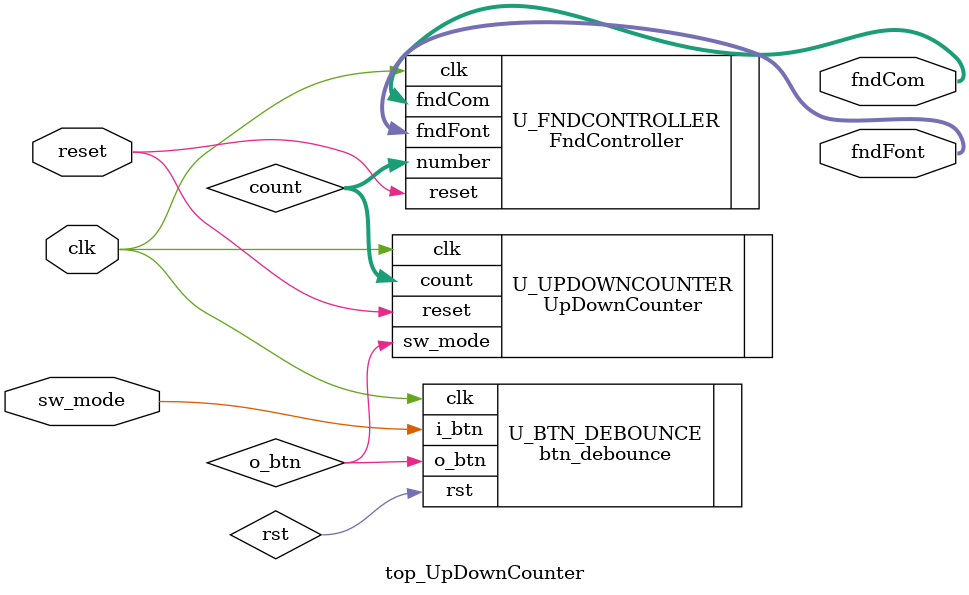
<source format=sv>
`timescale 1ns / 1ps

module top_UpDownCounter (
    input  logic       clk,
    input  logic       reset,
    input  logic       sw_mode,
    output logic [3:0] fndCom,
    output logic [7:0] fndFont
);
    logic [13:0] count;

btn_debounce U_BTN_DEBOUNCE(
    .clk(clk),
    .rst(rst),
    .i_btn(sw_mode),
    .o_btn(o_btn)
);
    UpDownCounter U_UPDOWNCOUNTER (
        .clk    (clk),
        .reset  (reset),
        .sw_mode(o_btn),
        .count  (count)
    );

    FndController U_FNDCONTROLLER (
        .clk    (clk),
        .reset  (reset),
        .number (count),
        .fndCom (fndCom),
        .fndFont(fndFont)
    );

endmodule

</source>
